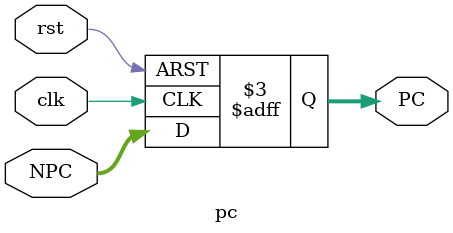
<source format=v>
module pc(clk, rst, NPC, PC);
    input clk; //时钟
    input rst; //复位信号，1-复位，0-无效
    input [31:0] NPC; //输入信号，即跳转地址或下一条地址
    output reg [31:0] PC; //输出信号，即指令存储器地址
    
    always @ ( posedge clk or posedge rst) begin
      //$display("pc   PC:%h NPC:%h clk:%h rst:%h",PC,NPC,clk,rst);
      if(rst == 1)//复位
          PC <= 32'h0000_3000;
      else
          PC <= NPC;
    end

endmodule //pc
</source>
